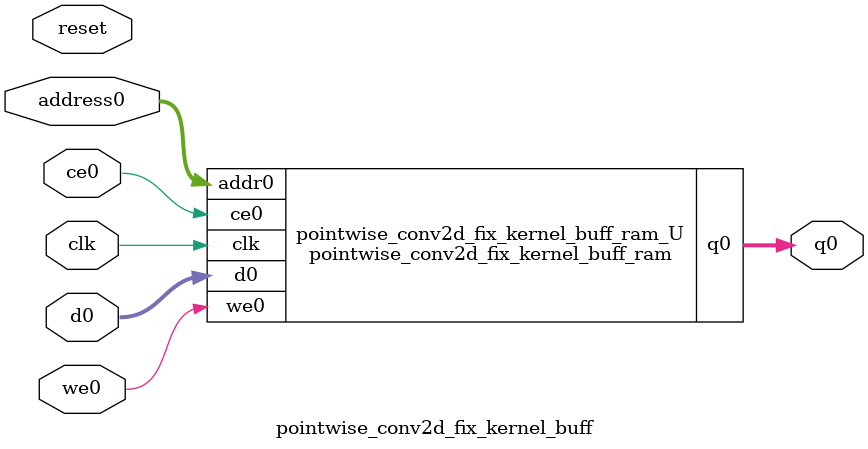
<source format=v>
`timescale 1 ns / 1 ps
module pointwise_conv2d_fix_kernel_buff_ram (addr0, ce0, d0, we0, q0,  clk);

parameter DWIDTH = 12;
parameter AWIDTH = 7;
parameter MEM_SIZE = 128;

input[AWIDTH-1:0] addr0;
input ce0;
input[DWIDTH-1:0] d0;
input we0;
output reg[DWIDTH-1:0] q0;
input clk;

(* ram_style = "block" *)reg [DWIDTH-1:0] ram[0:MEM_SIZE-1];




always @(posedge clk)  
begin 
    if (ce0) 
    begin
        if (we0) 
        begin 
            ram[addr0] <= d0; 
        end 
        q0 <= ram[addr0];
    end
end


endmodule

`timescale 1 ns / 1 ps
module pointwise_conv2d_fix_kernel_buff(
    reset,
    clk,
    address0,
    ce0,
    we0,
    d0,
    q0);

parameter DataWidth = 32'd12;
parameter AddressRange = 32'd128;
parameter AddressWidth = 32'd7;
input reset;
input clk;
input[AddressWidth - 1:0] address0;
input ce0;
input we0;
input[DataWidth - 1:0] d0;
output[DataWidth - 1:0] q0;



pointwise_conv2d_fix_kernel_buff_ram pointwise_conv2d_fix_kernel_buff_ram_U(
    .clk( clk ),
    .addr0( address0 ),
    .ce0( ce0 ),
    .we0( we0 ),
    .d0( d0 ),
    .q0( q0 ));

endmodule


</source>
